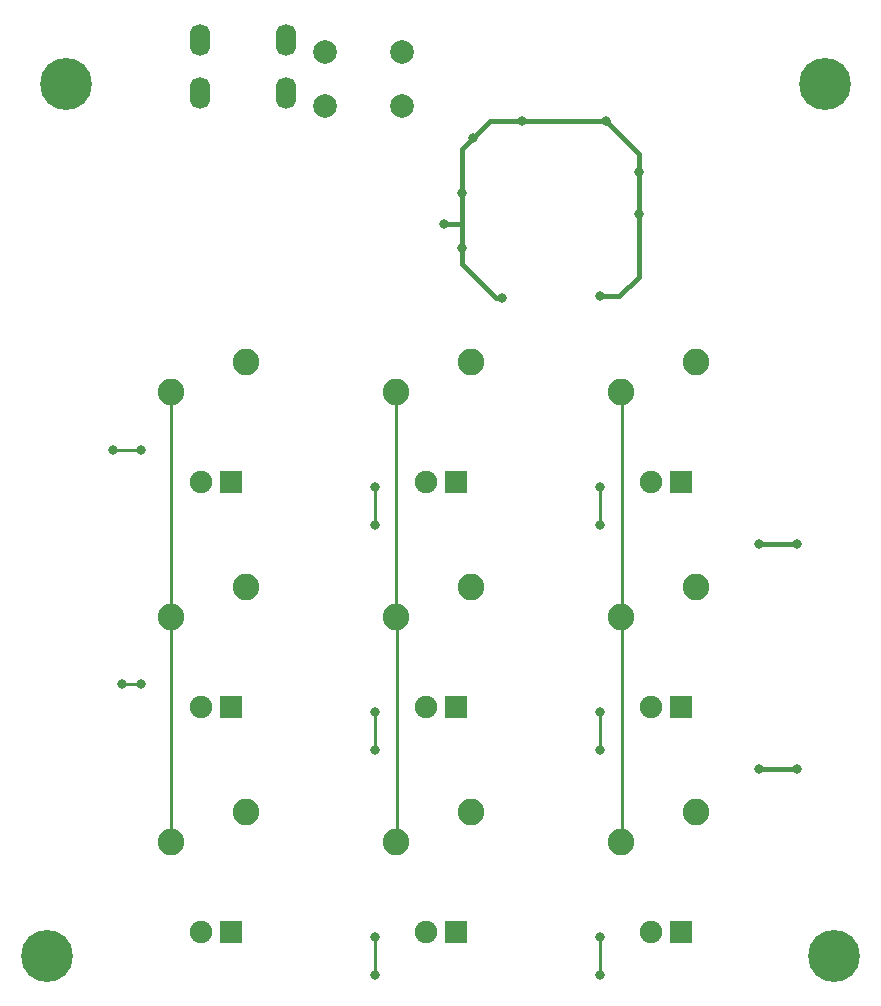
<source format=gtl>
G04 #@! TF.GenerationSoftware,KiCad,Pcbnew,(5.1.4)-1*
G04 #@! TF.CreationDate,2019-10-28T00:02:14+02:00*
G04 #@! TF.ProjectId,Macroboard,4d616372-6f62-46f6-9172-642e6b696361,rev?*
G04 #@! TF.SameCoordinates,Original*
G04 #@! TF.FileFunction,Copper,L1,Top*
G04 #@! TF.FilePolarity,Positive*
%FSLAX46Y46*%
G04 Gerber Fmt 4.6, Leading zero omitted, Abs format (unit mm)*
G04 Created by KiCad (PCBNEW (5.1.4)-1) date 2019-10-28 00:02:14*
%MOMM*%
%LPD*%
G04 APERTURE LIST*
%ADD10C,2.000000*%
%ADD11R,1.905000X1.905000*%
%ADD12C,1.905000*%
%ADD13C,2.250000*%
%ADD14C,4.400000*%
%ADD15C,0.700000*%
%ADD16O,1.700000X2.700000*%
%ADD17C,0.800000*%
%ADD18C,0.381000*%
%ADD19C,0.254000*%
G04 APERTURE END LIST*
D10*
X234846000Y-70866000D03*
X234846000Y-66366000D03*
X228346000Y-70866000D03*
X228346000Y-66366000D03*
D11*
X220345000Y-140811250D03*
D12*
X217805000Y-140811250D03*
D13*
X215265000Y-133191250D03*
X221615000Y-130651250D03*
D11*
X258445000Y-140811250D03*
D12*
X255905000Y-140811250D03*
D13*
X253365000Y-133191250D03*
X259715000Y-130651250D03*
D11*
X239395000Y-140811250D03*
D12*
X236855000Y-140811250D03*
D13*
X234315000Y-133191250D03*
X240665000Y-130651250D03*
D11*
X258445000Y-121761250D03*
D12*
X255905000Y-121761250D03*
D13*
X253365000Y-114141250D03*
X259715000Y-111601250D03*
D11*
X239395000Y-121761250D03*
D12*
X236855000Y-121761250D03*
D13*
X234315000Y-114141250D03*
X240665000Y-111601250D03*
D11*
X220345000Y-121761250D03*
D12*
X217805000Y-121761250D03*
D13*
X215265000Y-114141250D03*
X221615000Y-111601250D03*
D11*
X258445000Y-102711250D03*
D12*
X255905000Y-102711250D03*
D13*
X253365000Y-95091250D03*
X259715000Y-92551250D03*
D11*
X239395000Y-102711250D03*
D12*
X236855000Y-102711250D03*
D13*
X234315000Y-95091250D03*
X240665000Y-92551250D03*
D11*
X220345000Y-102711250D03*
D12*
X217805000Y-102711250D03*
D13*
X215265000Y-95091250D03*
X221615000Y-92551250D03*
D14*
X270668750Y-69056250D03*
D15*
X272318750Y-69056250D03*
X271835476Y-70222976D03*
X270668750Y-70706250D03*
X269502024Y-70222976D03*
X269018750Y-69056250D03*
X269502024Y-67889524D03*
X270668750Y-67406250D03*
X271835476Y-67889524D03*
D14*
X206375000Y-69056250D03*
D15*
X208025000Y-69056250D03*
X207541726Y-70222976D03*
X206375000Y-70706250D03*
X205208274Y-70222976D03*
X204725000Y-69056250D03*
X205208274Y-67889524D03*
X206375000Y-67406250D03*
X207541726Y-67889524D03*
D14*
X204787500Y-142875000D03*
D15*
X206437500Y-142875000D03*
X205954226Y-144041726D03*
X204787500Y-144525000D03*
X203620774Y-144041726D03*
X203137500Y-142875000D03*
X203620774Y-141708274D03*
X204787500Y-141225000D03*
X205954226Y-141708274D03*
D14*
X271462500Y-142875000D03*
D15*
X273112500Y-142875000D03*
X272629226Y-144041726D03*
X271462500Y-144525000D03*
X270295774Y-144041726D03*
X269812500Y-142875000D03*
X270295774Y-141708274D03*
X271462500Y-141225000D03*
X272629226Y-141708274D03*
D16*
X217711000Y-65278000D03*
X225011000Y-65278000D03*
X225011000Y-69778000D03*
X217711000Y-69778000D03*
D17*
X243332000Y-87122000D03*
X251587000Y-86995000D03*
X254889000Y-76454000D03*
X239903000Y-82931000D03*
X244983000Y-72136000D03*
X254889000Y-80010000D03*
X238379000Y-80899000D03*
X239903000Y-78232000D03*
X240855500Y-73596500D03*
X252095000Y-72136000D03*
X265112500Y-127000000D03*
X268287500Y-127000000D03*
X265112500Y-107950000D03*
X268287500Y-107950000D03*
X210343750Y-100012500D03*
X212725000Y-100012500D03*
X211137500Y-119856250D03*
X212725000Y-119856250D03*
X232568750Y-103187500D03*
X232568750Y-106362500D03*
X251618750Y-103187500D03*
X251618750Y-106362500D03*
X232568750Y-125412500D03*
X232568750Y-122237500D03*
X251618750Y-122237500D03*
X251618750Y-125412500D03*
X232568750Y-144462500D03*
X232568750Y-141287500D03*
X251618750Y-144462500D03*
X251618750Y-141287500D03*
D18*
X242766315Y-87122000D02*
X239903000Y-84258685D01*
X243332000Y-87122000D02*
X242766315Y-87122000D01*
X252095000Y-72136000D02*
X254889000Y-74930000D01*
X254889000Y-85344000D02*
X253238000Y-86995000D01*
X253238000Y-86995000D02*
X251587000Y-86995000D01*
X254889000Y-74930000D02*
X254889000Y-76454000D01*
X239903000Y-84258685D02*
X239903000Y-82931000D01*
X242316000Y-72136000D02*
X244983000Y-72136000D01*
X244983000Y-72136000D02*
X252095000Y-72136000D01*
X254889000Y-76454000D02*
X254889000Y-80010000D01*
X254889000Y-80010000D02*
X254889000Y-85344000D01*
X238944685Y-80899000D02*
X239903000Y-80899000D01*
X238379000Y-80899000D02*
X238944685Y-80899000D01*
X239903000Y-82931000D02*
X239903000Y-80899000D01*
X239903000Y-80899000D02*
X239903000Y-78232000D01*
X239903000Y-78232000D02*
X239903000Y-74549000D01*
X239903000Y-74549000D02*
X240855500Y-73596500D01*
X240855500Y-73596500D02*
X242316000Y-72136000D01*
X265112500Y-127000000D02*
X268287500Y-127000000D01*
X265112500Y-107950000D02*
X268287500Y-107950000D01*
D19*
X210343750Y-100012500D02*
X212725000Y-100012500D01*
X211137500Y-119856250D02*
X212725000Y-119856250D01*
X215265000Y-131600260D02*
X215265000Y-114141250D01*
X215265000Y-133191250D02*
X215265000Y-131600260D01*
X215265000Y-114141250D02*
X215265000Y-112550260D01*
X215265000Y-112550260D02*
X215265000Y-95091250D01*
X234442000Y-132489260D02*
X234442000Y-115030250D01*
X234315000Y-113312260D02*
X234315000Y-95853250D01*
X253492000Y-113312260D02*
X253492000Y-95853250D01*
X253492000Y-132489260D02*
X253492000Y-115030250D01*
X232568750Y-103187500D02*
X232568750Y-106362500D01*
X251618750Y-103187500D02*
X251618750Y-105568750D01*
X251618750Y-105568750D02*
X251618750Y-106362500D01*
X232568750Y-124618750D02*
X232568750Y-125412500D01*
X232568750Y-122237500D02*
X232568750Y-124618750D01*
X251618750Y-124618750D02*
X251618750Y-125412500D01*
X251618750Y-122237500D02*
X251618750Y-124618750D01*
X232568750Y-141287500D02*
X232568750Y-143668750D01*
X232568750Y-143668750D02*
X232568750Y-144462500D01*
X251618750Y-141287500D02*
X251618750Y-143668750D01*
X251618750Y-143668750D02*
X251618750Y-144462500D01*
M02*

</source>
